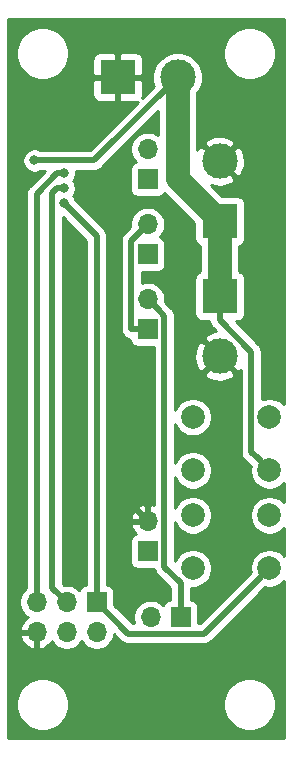
<source format=gbr>
G04 #@! TF.GenerationSoftware,KiCad,Pcbnew,(5.1.5)-3*
G04 #@! TF.CreationDate,2020-12-04T11:48:41+08:00*
G04 #@! TF.ProjectId,Clock PCB,436c6f63-6b20-4504-9342-2e6b69636164,rev?*
G04 #@! TF.SameCoordinates,Original*
G04 #@! TF.FileFunction,Copper,L1,Top*
G04 #@! TF.FilePolarity,Positive*
%FSLAX46Y46*%
G04 Gerber Fmt 4.6, Leading zero omitted, Abs format (unit mm)*
G04 Created by KiCad (PCBNEW (5.1.5)-3) date 2020-12-04 11:48:41*
%MOMM*%
%LPD*%
G04 APERTURE LIST*
%ADD10O,1.700000X1.700000*%
%ADD11R,1.700000X1.700000*%
%ADD12C,3.000000*%
%ADD13R,3.000000X3.000000*%
%ADD14C,2.000000*%
%ADD15C,0.800000*%
%ADD16C,0.500000*%
%ADD17C,2.000000*%
%ADD18C,0.254000*%
G04 APERTURE END LIST*
D10*
X180594000Y-74930000D03*
D11*
X180594000Y-77470000D03*
D10*
X180594000Y-106426000D03*
D11*
X180594000Y-108966000D03*
D10*
X180848000Y-114554000D03*
D11*
X183388000Y-114554000D03*
D12*
X186690000Y-75946000D03*
D13*
X186690000Y-81026000D03*
D10*
X180594000Y-87630000D03*
D11*
X180594000Y-90170000D03*
D10*
X180594000Y-81280000D03*
D11*
X180594000Y-83820000D03*
D14*
X190904000Y-105918000D03*
X190904000Y-110418000D03*
X184404000Y-105918000D03*
X184404000Y-110418000D03*
X184404000Y-102108000D03*
X184404000Y-97608000D03*
X190904000Y-102108000D03*
X190904000Y-97608000D03*
D12*
X186690000Y-92456000D03*
D13*
X186690000Y-87376000D03*
D10*
X171196000Y-115824000D03*
X171196000Y-113284000D03*
X173736000Y-115824000D03*
X173736000Y-113284000D03*
X176276000Y-115824000D03*
D11*
X176276000Y-113284000D03*
D12*
X183134000Y-68834000D03*
D13*
X178054000Y-68834000D03*
D15*
X178054000Y-85090000D03*
X173736000Y-83566000D03*
X177546000Y-103378000D03*
X169926000Y-105156000D03*
X178054000Y-80772000D03*
X174244000Y-95504000D03*
X171007000Y-75881000D03*
X173482000Y-76962000D03*
X173482000Y-78232000D03*
X173482000Y-79502000D03*
D16*
X177546000Y-103378000D02*
X177546000Y-103378000D01*
X177546000Y-95504000D02*
X177546000Y-103378000D01*
X177546000Y-103378000D02*
X180594000Y-106426000D01*
D17*
X183134000Y-77470000D02*
X186690000Y-81026000D01*
X183134000Y-68834000D02*
X183134000Y-77470000D01*
X186690000Y-81026000D02*
X186690000Y-87376000D01*
D16*
X189904001Y-101108001D02*
X190904000Y-102108000D01*
X189353999Y-100557999D02*
X189904001Y-101108001D01*
X186690000Y-89421998D02*
X189353999Y-92085997D01*
X189353999Y-92085997D02*
X189353999Y-100557999D01*
X186690000Y-87376000D02*
X186690000Y-89421998D01*
X176087000Y-75881000D02*
X183134000Y-68834000D01*
X171007000Y-75881000D02*
X176087000Y-75881000D01*
X172916315Y-76962000D02*
X173482000Y-76962000D01*
X171196000Y-78682315D02*
X172916315Y-76962000D01*
X171196000Y-113284000D02*
X171196000Y-78682315D01*
X172916315Y-78232000D02*
X173482000Y-78232000D01*
X172531999Y-78616316D02*
X172916315Y-78232000D01*
X172531999Y-112079999D02*
X172531999Y-78616316D01*
X173736000Y-113284000D02*
X172531999Y-112079999D01*
X179744001Y-82129999D02*
X180594000Y-81280000D01*
X179193999Y-82680001D02*
X179744001Y-82129999D01*
X179193999Y-90119999D02*
X179193999Y-82680001D01*
X179244000Y-90170000D02*
X179193999Y-90119999D01*
X180594000Y-90170000D02*
X179244000Y-90170000D01*
X181443999Y-88479999D02*
X180594000Y-87630000D01*
X181994001Y-89030001D02*
X181443999Y-88479999D01*
X181994001Y-110302003D02*
X181994001Y-89030001D01*
X183388000Y-111696002D02*
X181994001Y-110302003D01*
X183388000Y-114554000D02*
X183388000Y-111696002D01*
X176276000Y-82296000D02*
X176276000Y-113284000D01*
X173482000Y-79502000D02*
X176276000Y-82296000D01*
X189904001Y-111417999D02*
X190904000Y-110418000D01*
X185367999Y-115954001D02*
X189904001Y-111417999D01*
X178946001Y-115954001D02*
X185367999Y-115954001D01*
X176276000Y-113284000D02*
X178946001Y-115954001D01*
D18*
G36*
X192126001Y-96517762D02*
G01*
X191946252Y-96338013D01*
X191678463Y-96159082D01*
X191380912Y-96035832D01*
X191065033Y-95973000D01*
X190742967Y-95973000D01*
X190427088Y-96035832D01*
X190238999Y-96113741D01*
X190238999Y-92129466D01*
X190243280Y-92085997D01*
X190238999Y-92042528D01*
X190238999Y-92042520D01*
X190226194Y-91912507D01*
X190175588Y-91745683D01*
X190093410Y-91591938D01*
X190010531Y-91490950D01*
X190010529Y-91490948D01*
X189982816Y-91457180D01*
X189949049Y-91429468D01*
X188033652Y-89514072D01*
X188190000Y-89514072D01*
X188314482Y-89501812D01*
X188434180Y-89465502D01*
X188544494Y-89406537D01*
X188641185Y-89327185D01*
X188720537Y-89230494D01*
X188779502Y-89120180D01*
X188815812Y-89000482D01*
X188828072Y-88876000D01*
X188828072Y-85876000D01*
X188815812Y-85751518D01*
X188779502Y-85631820D01*
X188720537Y-85521506D01*
X188641185Y-85424815D01*
X188544494Y-85345463D01*
X188434180Y-85286498D01*
X188325000Y-85253379D01*
X188325000Y-83148621D01*
X188434180Y-83115502D01*
X188544494Y-83056537D01*
X188641185Y-82977185D01*
X188720537Y-82880494D01*
X188779502Y-82770180D01*
X188815812Y-82650482D01*
X188828072Y-82526000D01*
X188828072Y-79526000D01*
X188815812Y-79401518D01*
X188779502Y-79281820D01*
X188720537Y-79171506D01*
X188641185Y-79074815D01*
X188544494Y-78995463D01*
X188434180Y-78936498D01*
X188314482Y-78900188D01*
X188190000Y-78887928D01*
X186864167Y-78887928D01*
X185924773Y-77948535D01*
X186313551Y-78058044D01*
X186732824Y-78090902D01*
X187150451Y-78041334D01*
X187550383Y-77911243D01*
X187846038Y-77753214D01*
X188002048Y-77437653D01*
X186690000Y-76125605D01*
X186675858Y-76139748D01*
X186496253Y-75960143D01*
X186510395Y-75946000D01*
X186869605Y-75946000D01*
X188181653Y-77258048D01*
X188497214Y-77102038D01*
X188688020Y-76727255D01*
X188802044Y-76322449D01*
X188834902Y-75903176D01*
X188785334Y-75485549D01*
X188655243Y-75085617D01*
X188497214Y-74789962D01*
X188181653Y-74633952D01*
X186869605Y-75946000D01*
X186510395Y-75946000D01*
X185198347Y-74633952D01*
X184882786Y-74789962D01*
X184769000Y-75013462D01*
X184769000Y-74454347D01*
X185377952Y-74454347D01*
X186690000Y-75766395D01*
X188002048Y-74454347D01*
X187846038Y-74138786D01*
X187471255Y-73947980D01*
X187066449Y-73833956D01*
X186647176Y-73801098D01*
X186229549Y-73850666D01*
X185829617Y-73980757D01*
X185533962Y-74138786D01*
X185377952Y-74454347D01*
X184769000Y-74454347D01*
X184769000Y-70218346D01*
X184792363Y-70194983D01*
X185026012Y-69845302D01*
X185186953Y-69456756D01*
X185269000Y-69044279D01*
X185269000Y-68623721D01*
X185186953Y-68211244D01*
X185026012Y-67822698D01*
X184792363Y-67473017D01*
X184494983Y-67175637D01*
X184145302Y-66941988D01*
X183756756Y-66781047D01*
X183344279Y-66699000D01*
X182923721Y-66699000D01*
X182511244Y-66781047D01*
X182122698Y-66941988D01*
X181773017Y-67175637D01*
X181475637Y-67473017D01*
X181241988Y-67822698D01*
X181081047Y-68211244D01*
X180999000Y-68623721D01*
X180999000Y-69044279D01*
X181081047Y-69456756D01*
X181133363Y-69583058D01*
X180145793Y-70570629D01*
X180179812Y-70458482D01*
X180192072Y-70334000D01*
X180189000Y-69119750D01*
X180030250Y-68961000D01*
X178181000Y-68961000D01*
X178181000Y-70810250D01*
X178339750Y-70969000D01*
X179554000Y-70972072D01*
X179678482Y-70959812D01*
X179790629Y-70925793D01*
X175720422Y-74996000D01*
X171545454Y-74996000D01*
X171497256Y-74963795D01*
X171308898Y-74885774D01*
X171108939Y-74846000D01*
X170905061Y-74846000D01*
X170705102Y-74885774D01*
X170516744Y-74963795D01*
X170347226Y-75077063D01*
X170203063Y-75221226D01*
X170089795Y-75390744D01*
X170011774Y-75579102D01*
X169972000Y-75779061D01*
X169972000Y-75982939D01*
X170011774Y-76182898D01*
X170089795Y-76371256D01*
X170203063Y-76540774D01*
X170347226Y-76684937D01*
X170516744Y-76798205D01*
X170705102Y-76876226D01*
X170905061Y-76916000D01*
X171108939Y-76916000D01*
X171308898Y-76876226D01*
X171497256Y-76798205D01*
X171545454Y-76766000D01*
X171860736Y-76766000D01*
X170600951Y-78025786D01*
X170567184Y-78053498D01*
X170539471Y-78087266D01*
X170539468Y-78087269D01*
X170456590Y-78188256D01*
X170374412Y-78342002D01*
X170323805Y-78508825D01*
X170306719Y-78682315D01*
X170311001Y-78725794D01*
X170311000Y-112089344D01*
X170249368Y-112130525D01*
X170042525Y-112337368D01*
X169880010Y-112580589D01*
X169768068Y-112850842D01*
X169711000Y-113137740D01*
X169711000Y-113430260D01*
X169768068Y-113717158D01*
X169880010Y-113987411D01*
X170042525Y-114230632D01*
X170249368Y-114437475D01*
X170425406Y-114555100D01*
X170195731Y-114726412D01*
X170000822Y-114942645D01*
X169851843Y-115192748D01*
X169754519Y-115467109D01*
X169875186Y-115697000D01*
X171069000Y-115697000D01*
X171069000Y-115677000D01*
X171323000Y-115677000D01*
X171323000Y-115697000D01*
X171343000Y-115697000D01*
X171343000Y-115951000D01*
X171323000Y-115951000D01*
X171323000Y-117144155D01*
X171552890Y-117265476D01*
X171700099Y-117220825D01*
X171962920Y-117095641D01*
X172196269Y-116921588D01*
X172391178Y-116705355D01*
X172460805Y-116588466D01*
X172582525Y-116770632D01*
X172789368Y-116977475D01*
X173032589Y-117139990D01*
X173302842Y-117251932D01*
X173589740Y-117309000D01*
X173882260Y-117309000D01*
X174169158Y-117251932D01*
X174439411Y-117139990D01*
X174682632Y-116977475D01*
X174889475Y-116770632D01*
X175006000Y-116596240D01*
X175122525Y-116770632D01*
X175329368Y-116977475D01*
X175572589Y-117139990D01*
X175842842Y-117251932D01*
X176129740Y-117309000D01*
X176422260Y-117309000D01*
X176709158Y-117251932D01*
X176979411Y-117139990D01*
X177222632Y-116977475D01*
X177429475Y-116770632D01*
X177591990Y-116527411D01*
X177703932Y-116257158D01*
X177752652Y-116012230D01*
X178289471Y-116549050D01*
X178317184Y-116582818D01*
X178350952Y-116610531D01*
X178350954Y-116610533D01*
X178451942Y-116693412D01*
X178605687Y-116775590D01*
X178772511Y-116826196D01*
X178902524Y-116839001D01*
X178902532Y-116839001D01*
X178946001Y-116843282D01*
X178989470Y-116839001D01*
X185324530Y-116839001D01*
X185367999Y-116843282D01*
X185411468Y-116839001D01*
X185411476Y-116839001D01*
X185541489Y-116826196D01*
X185708312Y-116775590D01*
X185862058Y-116693412D01*
X185996816Y-116582818D01*
X186024533Y-116549045D01*
X190557475Y-112016104D01*
X190742967Y-112053000D01*
X191065033Y-112053000D01*
X191380912Y-111990168D01*
X191678463Y-111866918D01*
X191946252Y-111687987D01*
X192126001Y-111508238D01*
X192126001Y-124816000D01*
X168808000Y-124816000D01*
X168808000Y-121699872D01*
X169469000Y-121699872D01*
X169469000Y-122140128D01*
X169554890Y-122571925D01*
X169723369Y-122978669D01*
X169967962Y-123344729D01*
X170279271Y-123656038D01*
X170645331Y-123900631D01*
X171052075Y-124069110D01*
X171483872Y-124155000D01*
X171924128Y-124155000D01*
X172355925Y-124069110D01*
X172762669Y-123900631D01*
X173128729Y-123656038D01*
X173440038Y-123344729D01*
X173684631Y-122978669D01*
X173853110Y-122571925D01*
X173939000Y-122140128D01*
X173939000Y-121699872D01*
X186995000Y-121699872D01*
X186995000Y-122140128D01*
X187080890Y-122571925D01*
X187249369Y-122978669D01*
X187493962Y-123344729D01*
X187805271Y-123656038D01*
X188171331Y-123900631D01*
X188578075Y-124069110D01*
X189009872Y-124155000D01*
X189450128Y-124155000D01*
X189881925Y-124069110D01*
X190288669Y-123900631D01*
X190654729Y-123656038D01*
X190966038Y-123344729D01*
X191210631Y-122978669D01*
X191379110Y-122571925D01*
X191465000Y-122140128D01*
X191465000Y-121699872D01*
X191379110Y-121268075D01*
X191210631Y-120861331D01*
X190966038Y-120495271D01*
X190654729Y-120183962D01*
X190288669Y-119939369D01*
X189881925Y-119770890D01*
X189450128Y-119685000D01*
X189009872Y-119685000D01*
X188578075Y-119770890D01*
X188171331Y-119939369D01*
X187805271Y-120183962D01*
X187493962Y-120495271D01*
X187249369Y-120861331D01*
X187080890Y-121268075D01*
X186995000Y-121699872D01*
X173939000Y-121699872D01*
X173853110Y-121268075D01*
X173684631Y-120861331D01*
X173440038Y-120495271D01*
X173128729Y-120183962D01*
X172762669Y-119939369D01*
X172355925Y-119770890D01*
X171924128Y-119685000D01*
X171483872Y-119685000D01*
X171052075Y-119770890D01*
X170645331Y-119939369D01*
X170279271Y-120183962D01*
X169967962Y-120495271D01*
X169723369Y-120861331D01*
X169554890Y-121268075D01*
X169469000Y-121699872D01*
X168808000Y-121699872D01*
X168808000Y-116180891D01*
X169754519Y-116180891D01*
X169851843Y-116455252D01*
X170000822Y-116705355D01*
X170195731Y-116921588D01*
X170429080Y-117095641D01*
X170691901Y-117220825D01*
X170839110Y-117265476D01*
X171069000Y-117144155D01*
X171069000Y-115951000D01*
X169875186Y-115951000D01*
X169754519Y-116180891D01*
X168808000Y-116180891D01*
X168808000Y-70334000D01*
X175915928Y-70334000D01*
X175928188Y-70458482D01*
X175964498Y-70578180D01*
X176023463Y-70688494D01*
X176102815Y-70785185D01*
X176199506Y-70864537D01*
X176309820Y-70923502D01*
X176429518Y-70959812D01*
X176554000Y-70972072D01*
X177768250Y-70969000D01*
X177927000Y-70810250D01*
X177927000Y-68961000D01*
X176077750Y-68961000D01*
X175919000Y-69119750D01*
X175915928Y-70334000D01*
X168808000Y-70334000D01*
X168808000Y-66581872D01*
X169469000Y-66581872D01*
X169469000Y-67022128D01*
X169554890Y-67453925D01*
X169723369Y-67860669D01*
X169967962Y-68226729D01*
X170279271Y-68538038D01*
X170645331Y-68782631D01*
X171052075Y-68951110D01*
X171483872Y-69037000D01*
X171924128Y-69037000D01*
X172355925Y-68951110D01*
X172762669Y-68782631D01*
X173128729Y-68538038D01*
X173440038Y-68226729D01*
X173684631Y-67860669D01*
X173853110Y-67453925D01*
X173876964Y-67334000D01*
X175915928Y-67334000D01*
X175919000Y-68548250D01*
X176077750Y-68707000D01*
X177927000Y-68707000D01*
X177927000Y-66857750D01*
X178181000Y-66857750D01*
X178181000Y-68707000D01*
X180030250Y-68707000D01*
X180189000Y-68548250D01*
X180192072Y-67334000D01*
X180179812Y-67209518D01*
X180143502Y-67089820D01*
X180084537Y-66979506D01*
X180005185Y-66882815D01*
X179908494Y-66803463D01*
X179798180Y-66744498D01*
X179678482Y-66708188D01*
X179554000Y-66695928D01*
X178339750Y-66699000D01*
X178181000Y-66857750D01*
X177927000Y-66857750D01*
X177768250Y-66699000D01*
X176554000Y-66695928D01*
X176429518Y-66708188D01*
X176309820Y-66744498D01*
X176199506Y-66803463D01*
X176102815Y-66882815D01*
X176023463Y-66979506D01*
X175964498Y-67089820D01*
X175928188Y-67209518D01*
X175915928Y-67334000D01*
X173876964Y-67334000D01*
X173939000Y-67022128D01*
X173939000Y-66581872D01*
X186995000Y-66581872D01*
X186995000Y-67022128D01*
X187080890Y-67453925D01*
X187249369Y-67860669D01*
X187493962Y-68226729D01*
X187805271Y-68538038D01*
X188171331Y-68782631D01*
X188578075Y-68951110D01*
X189009872Y-69037000D01*
X189450128Y-69037000D01*
X189881925Y-68951110D01*
X190288669Y-68782631D01*
X190654729Y-68538038D01*
X190966038Y-68226729D01*
X191210631Y-67860669D01*
X191379110Y-67453925D01*
X191465000Y-67022128D01*
X191465000Y-66581872D01*
X191379110Y-66150075D01*
X191210631Y-65743331D01*
X190966038Y-65377271D01*
X190654729Y-65065962D01*
X190288669Y-64821369D01*
X189881925Y-64652890D01*
X189450128Y-64567000D01*
X189009872Y-64567000D01*
X188578075Y-64652890D01*
X188171331Y-64821369D01*
X187805271Y-65065962D01*
X187493962Y-65377271D01*
X187249369Y-65743331D01*
X187080890Y-66150075D01*
X186995000Y-66581872D01*
X173939000Y-66581872D01*
X173853110Y-66150075D01*
X173684631Y-65743331D01*
X173440038Y-65377271D01*
X173128729Y-65065962D01*
X172762669Y-64821369D01*
X172355925Y-64652890D01*
X171924128Y-64567000D01*
X171483872Y-64567000D01*
X171052075Y-64652890D01*
X170645331Y-64821369D01*
X170279271Y-65065962D01*
X169967962Y-65377271D01*
X169723369Y-65743331D01*
X169554890Y-66150075D01*
X169469000Y-66581872D01*
X168808000Y-66581872D01*
X168808000Y-63906000D01*
X192126000Y-63906000D01*
X192126001Y-96517762D01*
G37*
X192126001Y-96517762D02*
X191946252Y-96338013D01*
X191678463Y-96159082D01*
X191380912Y-96035832D01*
X191065033Y-95973000D01*
X190742967Y-95973000D01*
X190427088Y-96035832D01*
X190238999Y-96113741D01*
X190238999Y-92129466D01*
X190243280Y-92085997D01*
X190238999Y-92042528D01*
X190238999Y-92042520D01*
X190226194Y-91912507D01*
X190175588Y-91745683D01*
X190093410Y-91591938D01*
X190010531Y-91490950D01*
X190010529Y-91490948D01*
X189982816Y-91457180D01*
X189949049Y-91429468D01*
X188033652Y-89514072D01*
X188190000Y-89514072D01*
X188314482Y-89501812D01*
X188434180Y-89465502D01*
X188544494Y-89406537D01*
X188641185Y-89327185D01*
X188720537Y-89230494D01*
X188779502Y-89120180D01*
X188815812Y-89000482D01*
X188828072Y-88876000D01*
X188828072Y-85876000D01*
X188815812Y-85751518D01*
X188779502Y-85631820D01*
X188720537Y-85521506D01*
X188641185Y-85424815D01*
X188544494Y-85345463D01*
X188434180Y-85286498D01*
X188325000Y-85253379D01*
X188325000Y-83148621D01*
X188434180Y-83115502D01*
X188544494Y-83056537D01*
X188641185Y-82977185D01*
X188720537Y-82880494D01*
X188779502Y-82770180D01*
X188815812Y-82650482D01*
X188828072Y-82526000D01*
X188828072Y-79526000D01*
X188815812Y-79401518D01*
X188779502Y-79281820D01*
X188720537Y-79171506D01*
X188641185Y-79074815D01*
X188544494Y-78995463D01*
X188434180Y-78936498D01*
X188314482Y-78900188D01*
X188190000Y-78887928D01*
X186864167Y-78887928D01*
X185924773Y-77948535D01*
X186313551Y-78058044D01*
X186732824Y-78090902D01*
X187150451Y-78041334D01*
X187550383Y-77911243D01*
X187846038Y-77753214D01*
X188002048Y-77437653D01*
X186690000Y-76125605D01*
X186675858Y-76139748D01*
X186496253Y-75960143D01*
X186510395Y-75946000D01*
X186869605Y-75946000D01*
X188181653Y-77258048D01*
X188497214Y-77102038D01*
X188688020Y-76727255D01*
X188802044Y-76322449D01*
X188834902Y-75903176D01*
X188785334Y-75485549D01*
X188655243Y-75085617D01*
X188497214Y-74789962D01*
X188181653Y-74633952D01*
X186869605Y-75946000D01*
X186510395Y-75946000D01*
X185198347Y-74633952D01*
X184882786Y-74789962D01*
X184769000Y-75013462D01*
X184769000Y-74454347D01*
X185377952Y-74454347D01*
X186690000Y-75766395D01*
X188002048Y-74454347D01*
X187846038Y-74138786D01*
X187471255Y-73947980D01*
X187066449Y-73833956D01*
X186647176Y-73801098D01*
X186229549Y-73850666D01*
X185829617Y-73980757D01*
X185533962Y-74138786D01*
X185377952Y-74454347D01*
X184769000Y-74454347D01*
X184769000Y-70218346D01*
X184792363Y-70194983D01*
X185026012Y-69845302D01*
X185186953Y-69456756D01*
X185269000Y-69044279D01*
X185269000Y-68623721D01*
X185186953Y-68211244D01*
X185026012Y-67822698D01*
X184792363Y-67473017D01*
X184494983Y-67175637D01*
X184145302Y-66941988D01*
X183756756Y-66781047D01*
X183344279Y-66699000D01*
X182923721Y-66699000D01*
X182511244Y-66781047D01*
X182122698Y-66941988D01*
X181773017Y-67175637D01*
X181475637Y-67473017D01*
X181241988Y-67822698D01*
X181081047Y-68211244D01*
X180999000Y-68623721D01*
X180999000Y-69044279D01*
X181081047Y-69456756D01*
X181133363Y-69583058D01*
X180145793Y-70570629D01*
X180179812Y-70458482D01*
X180192072Y-70334000D01*
X180189000Y-69119750D01*
X180030250Y-68961000D01*
X178181000Y-68961000D01*
X178181000Y-70810250D01*
X178339750Y-70969000D01*
X179554000Y-70972072D01*
X179678482Y-70959812D01*
X179790629Y-70925793D01*
X175720422Y-74996000D01*
X171545454Y-74996000D01*
X171497256Y-74963795D01*
X171308898Y-74885774D01*
X171108939Y-74846000D01*
X170905061Y-74846000D01*
X170705102Y-74885774D01*
X170516744Y-74963795D01*
X170347226Y-75077063D01*
X170203063Y-75221226D01*
X170089795Y-75390744D01*
X170011774Y-75579102D01*
X169972000Y-75779061D01*
X169972000Y-75982939D01*
X170011774Y-76182898D01*
X170089795Y-76371256D01*
X170203063Y-76540774D01*
X170347226Y-76684937D01*
X170516744Y-76798205D01*
X170705102Y-76876226D01*
X170905061Y-76916000D01*
X171108939Y-76916000D01*
X171308898Y-76876226D01*
X171497256Y-76798205D01*
X171545454Y-76766000D01*
X171860736Y-76766000D01*
X170600951Y-78025786D01*
X170567184Y-78053498D01*
X170539471Y-78087266D01*
X170539468Y-78087269D01*
X170456590Y-78188256D01*
X170374412Y-78342002D01*
X170323805Y-78508825D01*
X170306719Y-78682315D01*
X170311001Y-78725794D01*
X170311000Y-112089344D01*
X170249368Y-112130525D01*
X170042525Y-112337368D01*
X169880010Y-112580589D01*
X169768068Y-112850842D01*
X169711000Y-113137740D01*
X169711000Y-113430260D01*
X169768068Y-113717158D01*
X169880010Y-113987411D01*
X170042525Y-114230632D01*
X170249368Y-114437475D01*
X170425406Y-114555100D01*
X170195731Y-114726412D01*
X170000822Y-114942645D01*
X169851843Y-115192748D01*
X169754519Y-115467109D01*
X169875186Y-115697000D01*
X171069000Y-115697000D01*
X171069000Y-115677000D01*
X171323000Y-115677000D01*
X171323000Y-115697000D01*
X171343000Y-115697000D01*
X171343000Y-115951000D01*
X171323000Y-115951000D01*
X171323000Y-117144155D01*
X171552890Y-117265476D01*
X171700099Y-117220825D01*
X171962920Y-117095641D01*
X172196269Y-116921588D01*
X172391178Y-116705355D01*
X172460805Y-116588466D01*
X172582525Y-116770632D01*
X172789368Y-116977475D01*
X173032589Y-117139990D01*
X173302842Y-117251932D01*
X173589740Y-117309000D01*
X173882260Y-117309000D01*
X174169158Y-117251932D01*
X174439411Y-117139990D01*
X174682632Y-116977475D01*
X174889475Y-116770632D01*
X175006000Y-116596240D01*
X175122525Y-116770632D01*
X175329368Y-116977475D01*
X175572589Y-117139990D01*
X175842842Y-117251932D01*
X176129740Y-117309000D01*
X176422260Y-117309000D01*
X176709158Y-117251932D01*
X176979411Y-117139990D01*
X177222632Y-116977475D01*
X177429475Y-116770632D01*
X177591990Y-116527411D01*
X177703932Y-116257158D01*
X177752652Y-116012230D01*
X178289471Y-116549050D01*
X178317184Y-116582818D01*
X178350952Y-116610531D01*
X178350954Y-116610533D01*
X178451942Y-116693412D01*
X178605687Y-116775590D01*
X178772511Y-116826196D01*
X178902524Y-116839001D01*
X178902532Y-116839001D01*
X178946001Y-116843282D01*
X178989470Y-116839001D01*
X185324530Y-116839001D01*
X185367999Y-116843282D01*
X185411468Y-116839001D01*
X185411476Y-116839001D01*
X185541489Y-116826196D01*
X185708312Y-116775590D01*
X185862058Y-116693412D01*
X185996816Y-116582818D01*
X186024533Y-116549045D01*
X190557475Y-112016104D01*
X190742967Y-112053000D01*
X191065033Y-112053000D01*
X191380912Y-111990168D01*
X191678463Y-111866918D01*
X191946252Y-111687987D01*
X192126001Y-111508238D01*
X192126001Y-124816000D01*
X168808000Y-124816000D01*
X168808000Y-121699872D01*
X169469000Y-121699872D01*
X169469000Y-122140128D01*
X169554890Y-122571925D01*
X169723369Y-122978669D01*
X169967962Y-123344729D01*
X170279271Y-123656038D01*
X170645331Y-123900631D01*
X171052075Y-124069110D01*
X171483872Y-124155000D01*
X171924128Y-124155000D01*
X172355925Y-124069110D01*
X172762669Y-123900631D01*
X173128729Y-123656038D01*
X173440038Y-123344729D01*
X173684631Y-122978669D01*
X173853110Y-122571925D01*
X173939000Y-122140128D01*
X173939000Y-121699872D01*
X186995000Y-121699872D01*
X186995000Y-122140128D01*
X187080890Y-122571925D01*
X187249369Y-122978669D01*
X187493962Y-123344729D01*
X187805271Y-123656038D01*
X188171331Y-123900631D01*
X188578075Y-124069110D01*
X189009872Y-124155000D01*
X189450128Y-124155000D01*
X189881925Y-124069110D01*
X190288669Y-123900631D01*
X190654729Y-123656038D01*
X190966038Y-123344729D01*
X191210631Y-122978669D01*
X191379110Y-122571925D01*
X191465000Y-122140128D01*
X191465000Y-121699872D01*
X191379110Y-121268075D01*
X191210631Y-120861331D01*
X190966038Y-120495271D01*
X190654729Y-120183962D01*
X190288669Y-119939369D01*
X189881925Y-119770890D01*
X189450128Y-119685000D01*
X189009872Y-119685000D01*
X188578075Y-119770890D01*
X188171331Y-119939369D01*
X187805271Y-120183962D01*
X187493962Y-120495271D01*
X187249369Y-120861331D01*
X187080890Y-121268075D01*
X186995000Y-121699872D01*
X173939000Y-121699872D01*
X173853110Y-121268075D01*
X173684631Y-120861331D01*
X173440038Y-120495271D01*
X173128729Y-120183962D01*
X172762669Y-119939369D01*
X172355925Y-119770890D01*
X171924128Y-119685000D01*
X171483872Y-119685000D01*
X171052075Y-119770890D01*
X170645331Y-119939369D01*
X170279271Y-120183962D01*
X169967962Y-120495271D01*
X169723369Y-120861331D01*
X169554890Y-121268075D01*
X169469000Y-121699872D01*
X168808000Y-121699872D01*
X168808000Y-116180891D01*
X169754519Y-116180891D01*
X169851843Y-116455252D01*
X170000822Y-116705355D01*
X170195731Y-116921588D01*
X170429080Y-117095641D01*
X170691901Y-117220825D01*
X170839110Y-117265476D01*
X171069000Y-117144155D01*
X171069000Y-115951000D01*
X169875186Y-115951000D01*
X169754519Y-116180891D01*
X168808000Y-116180891D01*
X168808000Y-70334000D01*
X175915928Y-70334000D01*
X175928188Y-70458482D01*
X175964498Y-70578180D01*
X176023463Y-70688494D01*
X176102815Y-70785185D01*
X176199506Y-70864537D01*
X176309820Y-70923502D01*
X176429518Y-70959812D01*
X176554000Y-70972072D01*
X177768250Y-70969000D01*
X177927000Y-70810250D01*
X177927000Y-68961000D01*
X176077750Y-68961000D01*
X175919000Y-69119750D01*
X175915928Y-70334000D01*
X168808000Y-70334000D01*
X168808000Y-66581872D01*
X169469000Y-66581872D01*
X169469000Y-67022128D01*
X169554890Y-67453925D01*
X169723369Y-67860669D01*
X169967962Y-68226729D01*
X170279271Y-68538038D01*
X170645331Y-68782631D01*
X171052075Y-68951110D01*
X171483872Y-69037000D01*
X171924128Y-69037000D01*
X172355925Y-68951110D01*
X172762669Y-68782631D01*
X173128729Y-68538038D01*
X173440038Y-68226729D01*
X173684631Y-67860669D01*
X173853110Y-67453925D01*
X173876964Y-67334000D01*
X175915928Y-67334000D01*
X175919000Y-68548250D01*
X176077750Y-68707000D01*
X177927000Y-68707000D01*
X177927000Y-66857750D01*
X178181000Y-66857750D01*
X178181000Y-68707000D01*
X180030250Y-68707000D01*
X180189000Y-68548250D01*
X180192072Y-67334000D01*
X180179812Y-67209518D01*
X180143502Y-67089820D01*
X180084537Y-66979506D01*
X180005185Y-66882815D01*
X179908494Y-66803463D01*
X179798180Y-66744498D01*
X179678482Y-66708188D01*
X179554000Y-66695928D01*
X178339750Y-66699000D01*
X178181000Y-66857750D01*
X177927000Y-66857750D01*
X177768250Y-66699000D01*
X176554000Y-66695928D01*
X176429518Y-66708188D01*
X176309820Y-66744498D01*
X176199506Y-66803463D01*
X176102815Y-66882815D01*
X176023463Y-66979506D01*
X175964498Y-67089820D01*
X175928188Y-67209518D01*
X175915928Y-67334000D01*
X173876964Y-67334000D01*
X173939000Y-67022128D01*
X173939000Y-66581872D01*
X186995000Y-66581872D01*
X186995000Y-67022128D01*
X187080890Y-67453925D01*
X187249369Y-67860669D01*
X187493962Y-68226729D01*
X187805271Y-68538038D01*
X188171331Y-68782631D01*
X188578075Y-68951110D01*
X189009872Y-69037000D01*
X189450128Y-69037000D01*
X189881925Y-68951110D01*
X190288669Y-68782631D01*
X190654729Y-68538038D01*
X190966038Y-68226729D01*
X191210631Y-67860669D01*
X191379110Y-67453925D01*
X191465000Y-67022128D01*
X191465000Y-66581872D01*
X191379110Y-66150075D01*
X191210631Y-65743331D01*
X190966038Y-65377271D01*
X190654729Y-65065962D01*
X190288669Y-64821369D01*
X189881925Y-64652890D01*
X189450128Y-64567000D01*
X189009872Y-64567000D01*
X188578075Y-64652890D01*
X188171331Y-64821369D01*
X187805271Y-65065962D01*
X187493962Y-65377271D01*
X187249369Y-65743331D01*
X187080890Y-66150075D01*
X186995000Y-66581872D01*
X173939000Y-66581872D01*
X173853110Y-66150075D01*
X173684631Y-65743331D01*
X173440038Y-65377271D01*
X173128729Y-65065962D01*
X172762669Y-64821369D01*
X172355925Y-64652890D01*
X171924128Y-64567000D01*
X171483872Y-64567000D01*
X171052075Y-64652890D01*
X170645331Y-64821369D01*
X170279271Y-65065962D01*
X169967962Y-65377271D01*
X169723369Y-65743331D01*
X169554890Y-66150075D01*
X169469000Y-66581872D01*
X168808000Y-66581872D01*
X168808000Y-63906000D01*
X192126000Y-63906000D01*
X192126001Y-96517762D01*
G36*
X181499001Y-73748708D02*
G01*
X181297411Y-73614010D01*
X181027158Y-73502068D01*
X180740260Y-73445000D01*
X180447740Y-73445000D01*
X180160842Y-73502068D01*
X179890589Y-73614010D01*
X179647368Y-73776525D01*
X179440525Y-73983368D01*
X179278010Y-74226589D01*
X179166068Y-74496842D01*
X179109000Y-74783740D01*
X179109000Y-75076260D01*
X179166068Y-75363158D01*
X179278010Y-75633411D01*
X179440525Y-75876632D01*
X179572380Y-76008487D01*
X179499820Y-76030498D01*
X179389506Y-76089463D01*
X179292815Y-76168815D01*
X179213463Y-76265506D01*
X179154498Y-76375820D01*
X179118188Y-76495518D01*
X179105928Y-76620000D01*
X179105928Y-78320000D01*
X179118188Y-78444482D01*
X179154498Y-78564180D01*
X179213463Y-78674494D01*
X179292815Y-78771185D01*
X179389506Y-78850537D01*
X179499820Y-78909502D01*
X179619518Y-78945812D01*
X179744000Y-78958072D01*
X181444000Y-78958072D01*
X181568482Y-78945812D01*
X181688180Y-78909502D01*
X181798494Y-78850537D01*
X181895185Y-78771185D01*
X181974537Y-78674494D01*
X181989745Y-78646042D01*
X182034682Y-78682920D01*
X184551928Y-81200167D01*
X184551928Y-82526000D01*
X184564188Y-82650482D01*
X184600498Y-82770180D01*
X184659463Y-82880494D01*
X184738815Y-82977185D01*
X184835506Y-83056537D01*
X184945820Y-83115502D01*
X185055000Y-83148622D01*
X185055001Y-85253378D01*
X184945820Y-85286498D01*
X184835506Y-85345463D01*
X184738815Y-85424815D01*
X184659463Y-85521506D01*
X184600498Y-85631820D01*
X184564188Y-85751518D01*
X184551928Y-85876000D01*
X184551928Y-88876000D01*
X184564188Y-89000482D01*
X184600498Y-89120180D01*
X184659463Y-89230494D01*
X184738815Y-89327185D01*
X184835506Y-89406537D01*
X184945820Y-89465502D01*
X185065518Y-89501812D01*
X185190000Y-89514072D01*
X185809787Y-89514072D01*
X185817805Y-89595488D01*
X185868412Y-89762311D01*
X185950590Y-89916057D01*
X186033468Y-90017044D01*
X186033471Y-90017047D01*
X186061184Y-90050815D01*
X186094951Y-90078527D01*
X186361436Y-90345012D01*
X186229549Y-90360666D01*
X185829617Y-90490757D01*
X185533962Y-90648786D01*
X185377952Y-90964347D01*
X186690000Y-92276395D01*
X186704143Y-92262253D01*
X186883748Y-92441858D01*
X186869605Y-92456000D01*
X188181653Y-93768048D01*
X188468999Y-93625987D01*
X188469000Y-100514520D01*
X188464718Y-100557999D01*
X188481804Y-100731489D01*
X188532411Y-100898312D01*
X188614589Y-101052058D01*
X188697467Y-101153045D01*
X188697470Y-101153048D01*
X188725183Y-101186816D01*
X188758951Y-101214529D01*
X189305897Y-101761475D01*
X189269000Y-101946967D01*
X189269000Y-102269033D01*
X189331832Y-102584912D01*
X189455082Y-102882463D01*
X189634013Y-103150252D01*
X189861748Y-103377987D01*
X190129537Y-103556918D01*
X190427088Y-103680168D01*
X190742967Y-103743000D01*
X191065033Y-103743000D01*
X191380912Y-103680168D01*
X191678463Y-103556918D01*
X191946252Y-103377987D01*
X192126001Y-103198238D01*
X192126001Y-104827762D01*
X191946252Y-104648013D01*
X191678463Y-104469082D01*
X191380912Y-104345832D01*
X191065033Y-104283000D01*
X190742967Y-104283000D01*
X190427088Y-104345832D01*
X190129537Y-104469082D01*
X189861748Y-104648013D01*
X189634013Y-104875748D01*
X189455082Y-105143537D01*
X189331832Y-105441088D01*
X189269000Y-105756967D01*
X189269000Y-106079033D01*
X189331832Y-106394912D01*
X189455082Y-106692463D01*
X189634013Y-106960252D01*
X189861748Y-107187987D01*
X190129537Y-107366918D01*
X190427088Y-107490168D01*
X190742967Y-107553000D01*
X191065033Y-107553000D01*
X191380912Y-107490168D01*
X191678463Y-107366918D01*
X191946252Y-107187987D01*
X192126001Y-107008238D01*
X192126001Y-109327762D01*
X191946252Y-109148013D01*
X191678463Y-108969082D01*
X191380912Y-108845832D01*
X191065033Y-108783000D01*
X190742967Y-108783000D01*
X190427088Y-108845832D01*
X190129537Y-108969082D01*
X189861748Y-109148013D01*
X189634013Y-109375748D01*
X189455082Y-109643537D01*
X189331832Y-109941088D01*
X189269000Y-110256967D01*
X189269000Y-110579033D01*
X189305896Y-110764525D01*
X185001421Y-115069001D01*
X184876072Y-115069001D01*
X184876072Y-113704000D01*
X184863812Y-113579518D01*
X184827502Y-113459820D01*
X184768537Y-113349506D01*
X184689185Y-113252815D01*
X184592494Y-113173463D01*
X184482180Y-113114498D01*
X184362482Y-113078188D01*
X184273000Y-113069375D01*
X184273000Y-112053000D01*
X184565033Y-112053000D01*
X184880912Y-111990168D01*
X185178463Y-111866918D01*
X185446252Y-111687987D01*
X185673987Y-111460252D01*
X185852918Y-111192463D01*
X185976168Y-110894912D01*
X186039000Y-110579033D01*
X186039000Y-110256967D01*
X185976168Y-109941088D01*
X185852918Y-109643537D01*
X185673987Y-109375748D01*
X185446252Y-109148013D01*
X185178463Y-108969082D01*
X184880912Y-108845832D01*
X184565033Y-108783000D01*
X184242967Y-108783000D01*
X183927088Y-108845832D01*
X183629537Y-108969082D01*
X183361748Y-109148013D01*
X183134013Y-109375748D01*
X182955082Y-109643537D01*
X182879001Y-109827212D01*
X182879001Y-106508788D01*
X182955082Y-106692463D01*
X183134013Y-106960252D01*
X183361748Y-107187987D01*
X183629537Y-107366918D01*
X183927088Y-107490168D01*
X184242967Y-107553000D01*
X184565033Y-107553000D01*
X184880912Y-107490168D01*
X185178463Y-107366918D01*
X185446252Y-107187987D01*
X185673987Y-106960252D01*
X185852918Y-106692463D01*
X185976168Y-106394912D01*
X186039000Y-106079033D01*
X186039000Y-105756967D01*
X185976168Y-105441088D01*
X185852918Y-105143537D01*
X185673987Y-104875748D01*
X185446252Y-104648013D01*
X185178463Y-104469082D01*
X184880912Y-104345832D01*
X184565033Y-104283000D01*
X184242967Y-104283000D01*
X183927088Y-104345832D01*
X183629537Y-104469082D01*
X183361748Y-104648013D01*
X183134013Y-104875748D01*
X182955082Y-105143537D01*
X182879001Y-105327212D01*
X182879001Y-102698788D01*
X182955082Y-102882463D01*
X183134013Y-103150252D01*
X183361748Y-103377987D01*
X183629537Y-103556918D01*
X183927088Y-103680168D01*
X184242967Y-103743000D01*
X184565033Y-103743000D01*
X184880912Y-103680168D01*
X185178463Y-103556918D01*
X185446252Y-103377987D01*
X185673987Y-103150252D01*
X185852918Y-102882463D01*
X185976168Y-102584912D01*
X186039000Y-102269033D01*
X186039000Y-101946967D01*
X185976168Y-101631088D01*
X185852918Y-101333537D01*
X185673987Y-101065748D01*
X185446252Y-100838013D01*
X185178463Y-100659082D01*
X184880912Y-100535832D01*
X184565033Y-100473000D01*
X184242967Y-100473000D01*
X183927088Y-100535832D01*
X183629537Y-100659082D01*
X183361748Y-100838013D01*
X183134013Y-101065748D01*
X182955082Y-101333537D01*
X182879001Y-101517212D01*
X182879001Y-98198788D01*
X182955082Y-98382463D01*
X183134013Y-98650252D01*
X183361748Y-98877987D01*
X183629537Y-99056918D01*
X183927088Y-99180168D01*
X184242967Y-99243000D01*
X184565033Y-99243000D01*
X184880912Y-99180168D01*
X185178463Y-99056918D01*
X185446252Y-98877987D01*
X185673987Y-98650252D01*
X185852918Y-98382463D01*
X185976168Y-98084912D01*
X186039000Y-97769033D01*
X186039000Y-97446967D01*
X185976168Y-97131088D01*
X185852918Y-96833537D01*
X185673987Y-96565748D01*
X185446252Y-96338013D01*
X185178463Y-96159082D01*
X184880912Y-96035832D01*
X184565033Y-95973000D01*
X184242967Y-95973000D01*
X183927088Y-96035832D01*
X183629537Y-96159082D01*
X183361748Y-96338013D01*
X183134013Y-96565748D01*
X182955082Y-96833537D01*
X182879001Y-97017212D01*
X182879001Y-93947653D01*
X185377952Y-93947653D01*
X185533962Y-94263214D01*
X185908745Y-94454020D01*
X186313551Y-94568044D01*
X186732824Y-94600902D01*
X187150451Y-94551334D01*
X187550383Y-94421243D01*
X187846038Y-94263214D01*
X188002048Y-93947653D01*
X186690000Y-92635605D01*
X185377952Y-93947653D01*
X182879001Y-93947653D01*
X182879001Y-92498824D01*
X184545098Y-92498824D01*
X184594666Y-92916451D01*
X184724757Y-93316383D01*
X184882786Y-93612038D01*
X185198347Y-93768048D01*
X186510395Y-92456000D01*
X185198347Y-91143952D01*
X184882786Y-91299962D01*
X184691980Y-91674745D01*
X184577956Y-92079551D01*
X184545098Y-92498824D01*
X182879001Y-92498824D01*
X182879001Y-89073466D01*
X182883282Y-89030000D01*
X182879001Y-88986534D01*
X182879001Y-88986524D01*
X182866196Y-88856511D01*
X182815590Y-88689688D01*
X182733412Y-88535942D01*
X182622818Y-88401184D01*
X182589045Y-88373467D01*
X182100536Y-87884958D01*
X182100531Y-87884952D01*
X182064539Y-87848960D01*
X182079000Y-87776260D01*
X182079000Y-87483740D01*
X182021932Y-87196842D01*
X181909990Y-86926589D01*
X181747475Y-86683368D01*
X181540632Y-86476525D01*
X181297411Y-86314010D01*
X181027158Y-86202068D01*
X180740260Y-86145000D01*
X180447740Y-86145000D01*
X180160842Y-86202068D01*
X180078999Y-86235968D01*
X180078999Y-85308072D01*
X181444000Y-85308072D01*
X181568482Y-85295812D01*
X181688180Y-85259502D01*
X181798494Y-85200537D01*
X181895185Y-85121185D01*
X181974537Y-85024494D01*
X182033502Y-84914180D01*
X182069812Y-84794482D01*
X182082072Y-84670000D01*
X182082072Y-82970000D01*
X182069812Y-82845518D01*
X182033502Y-82725820D01*
X181974537Y-82615506D01*
X181895185Y-82518815D01*
X181798494Y-82439463D01*
X181688180Y-82380498D01*
X181615620Y-82358487D01*
X181747475Y-82226632D01*
X181909990Y-81983411D01*
X182021932Y-81713158D01*
X182079000Y-81426260D01*
X182079000Y-81133740D01*
X182021932Y-80846842D01*
X181909990Y-80576589D01*
X181747475Y-80333368D01*
X181540632Y-80126525D01*
X181297411Y-79964010D01*
X181027158Y-79852068D01*
X180740260Y-79795000D01*
X180447740Y-79795000D01*
X180160842Y-79852068D01*
X179890589Y-79964010D01*
X179647368Y-80126525D01*
X179440525Y-80333368D01*
X179278010Y-80576589D01*
X179166068Y-80846842D01*
X179109000Y-81133740D01*
X179109000Y-81426260D01*
X179123461Y-81498961D01*
X178598951Y-82023471D01*
X178565183Y-82051184D01*
X178537470Y-82084952D01*
X178537467Y-82084955D01*
X178454589Y-82185942D01*
X178372411Y-82339688D01*
X178321804Y-82506511D01*
X178304718Y-82680001D01*
X178309000Y-82723480D01*
X178308999Y-90076530D01*
X178304718Y-90119999D01*
X178308999Y-90163468D01*
X178308999Y-90163475D01*
X178321804Y-90293488D01*
X178372410Y-90460311D01*
X178454588Y-90614057D01*
X178565182Y-90748816D01*
X178592645Y-90771354D01*
X178615183Y-90798817D01*
X178749941Y-90909411D01*
X178903687Y-90991589D01*
X179070510Y-91042195D01*
X179108482Y-91045935D01*
X179118188Y-91144482D01*
X179154498Y-91264180D01*
X179213463Y-91374494D01*
X179292815Y-91471185D01*
X179389506Y-91550537D01*
X179499820Y-91609502D01*
X179619518Y-91645812D01*
X179744000Y-91658072D01*
X181109002Y-91658072D01*
X181109001Y-105040605D01*
X180950891Y-104984519D01*
X180721000Y-105105186D01*
X180721000Y-106299000D01*
X180741000Y-106299000D01*
X180741000Y-106553000D01*
X180721000Y-106553000D01*
X180721000Y-106573000D01*
X180467000Y-106573000D01*
X180467000Y-106553000D01*
X179273845Y-106553000D01*
X179152524Y-106782890D01*
X179197175Y-106930099D01*
X179322359Y-107192920D01*
X179496412Y-107426269D01*
X179580466Y-107502034D01*
X179499820Y-107526498D01*
X179389506Y-107585463D01*
X179292815Y-107664815D01*
X179213463Y-107761506D01*
X179154498Y-107871820D01*
X179118188Y-107991518D01*
X179105928Y-108116000D01*
X179105928Y-109816000D01*
X179118188Y-109940482D01*
X179154498Y-110060180D01*
X179213463Y-110170494D01*
X179292815Y-110267185D01*
X179389506Y-110346537D01*
X179499820Y-110405502D01*
X179619518Y-110441812D01*
X179744000Y-110454072D01*
X181119696Y-110454072D01*
X181121806Y-110475492D01*
X181172412Y-110642315D01*
X181254590Y-110796061D01*
X181365184Y-110930820D01*
X181398957Y-110958537D01*
X182503001Y-112062582D01*
X182503001Y-113069375D01*
X182413518Y-113078188D01*
X182293820Y-113114498D01*
X182183506Y-113173463D01*
X182086815Y-113252815D01*
X182007463Y-113349506D01*
X181948498Y-113459820D01*
X181926487Y-113532380D01*
X181794632Y-113400525D01*
X181551411Y-113238010D01*
X181281158Y-113126068D01*
X180994260Y-113069000D01*
X180701740Y-113069000D01*
X180414842Y-113126068D01*
X180144589Y-113238010D01*
X179901368Y-113400525D01*
X179694525Y-113607368D01*
X179532010Y-113850589D01*
X179420068Y-114120842D01*
X179363000Y-114407740D01*
X179363000Y-114700260D01*
X179420068Y-114987158D01*
X179453968Y-115069001D01*
X179312580Y-115069001D01*
X177764072Y-113520494D01*
X177764072Y-112434000D01*
X177751812Y-112309518D01*
X177715502Y-112189820D01*
X177656537Y-112079506D01*
X177577185Y-111982815D01*
X177480494Y-111903463D01*
X177370180Y-111844498D01*
X177250482Y-111808188D01*
X177161000Y-111799375D01*
X177161000Y-106069110D01*
X179152524Y-106069110D01*
X179273845Y-106299000D01*
X180467000Y-106299000D01*
X180467000Y-105105186D01*
X180237109Y-104984519D01*
X179962748Y-105081843D01*
X179712645Y-105230822D01*
X179496412Y-105425731D01*
X179322359Y-105659080D01*
X179197175Y-105921901D01*
X179152524Y-106069110D01*
X177161000Y-106069110D01*
X177161000Y-82339469D01*
X177165281Y-82296000D01*
X177161000Y-82252531D01*
X177161000Y-82252523D01*
X177148195Y-82122510D01*
X177097839Y-81956510D01*
X177097589Y-81955686D01*
X177015411Y-81801941D01*
X176932532Y-81700953D01*
X176932530Y-81700951D01*
X176904817Y-81667183D01*
X176871050Y-81639471D01*
X174488535Y-79256957D01*
X174477226Y-79200102D01*
X174399205Y-79011744D01*
X174302490Y-78867000D01*
X174399205Y-78722256D01*
X174477226Y-78533898D01*
X174517000Y-78333939D01*
X174517000Y-78130061D01*
X174477226Y-77930102D01*
X174399205Y-77741744D01*
X174302490Y-77597000D01*
X174399205Y-77452256D01*
X174477226Y-77263898D01*
X174517000Y-77063939D01*
X174517000Y-76860061D01*
X174498290Y-76766000D01*
X176043531Y-76766000D01*
X176087000Y-76770281D01*
X176130469Y-76766000D01*
X176130477Y-76766000D01*
X176260490Y-76753195D01*
X176427313Y-76702589D01*
X176581059Y-76620411D01*
X176715817Y-76509817D01*
X176743534Y-76476044D01*
X181499000Y-71720578D01*
X181499001Y-73748708D01*
G37*
X181499001Y-73748708D02*
X181297411Y-73614010D01*
X181027158Y-73502068D01*
X180740260Y-73445000D01*
X180447740Y-73445000D01*
X180160842Y-73502068D01*
X179890589Y-73614010D01*
X179647368Y-73776525D01*
X179440525Y-73983368D01*
X179278010Y-74226589D01*
X179166068Y-74496842D01*
X179109000Y-74783740D01*
X179109000Y-75076260D01*
X179166068Y-75363158D01*
X179278010Y-75633411D01*
X179440525Y-75876632D01*
X179572380Y-76008487D01*
X179499820Y-76030498D01*
X179389506Y-76089463D01*
X179292815Y-76168815D01*
X179213463Y-76265506D01*
X179154498Y-76375820D01*
X179118188Y-76495518D01*
X179105928Y-76620000D01*
X179105928Y-78320000D01*
X179118188Y-78444482D01*
X179154498Y-78564180D01*
X179213463Y-78674494D01*
X179292815Y-78771185D01*
X179389506Y-78850537D01*
X179499820Y-78909502D01*
X179619518Y-78945812D01*
X179744000Y-78958072D01*
X181444000Y-78958072D01*
X181568482Y-78945812D01*
X181688180Y-78909502D01*
X181798494Y-78850537D01*
X181895185Y-78771185D01*
X181974537Y-78674494D01*
X181989745Y-78646042D01*
X182034682Y-78682920D01*
X184551928Y-81200167D01*
X184551928Y-82526000D01*
X184564188Y-82650482D01*
X184600498Y-82770180D01*
X184659463Y-82880494D01*
X184738815Y-82977185D01*
X184835506Y-83056537D01*
X184945820Y-83115502D01*
X185055000Y-83148622D01*
X185055001Y-85253378D01*
X184945820Y-85286498D01*
X184835506Y-85345463D01*
X184738815Y-85424815D01*
X184659463Y-85521506D01*
X184600498Y-85631820D01*
X184564188Y-85751518D01*
X184551928Y-85876000D01*
X184551928Y-88876000D01*
X184564188Y-89000482D01*
X184600498Y-89120180D01*
X184659463Y-89230494D01*
X184738815Y-89327185D01*
X184835506Y-89406537D01*
X184945820Y-89465502D01*
X185065518Y-89501812D01*
X185190000Y-89514072D01*
X185809787Y-89514072D01*
X185817805Y-89595488D01*
X185868412Y-89762311D01*
X185950590Y-89916057D01*
X186033468Y-90017044D01*
X186033471Y-90017047D01*
X186061184Y-90050815D01*
X186094951Y-90078527D01*
X186361436Y-90345012D01*
X186229549Y-90360666D01*
X185829617Y-90490757D01*
X185533962Y-90648786D01*
X185377952Y-90964347D01*
X186690000Y-92276395D01*
X186704143Y-92262253D01*
X186883748Y-92441858D01*
X186869605Y-92456000D01*
X188181653Y-93768048D01*
X188468999Y-93625987D01*
X188469000Y-100514520D01*
X188464718Y-100557999D01*
X188481804Y-100731489D01*
X188532411Y-100898312D01*
X188614589Y-101052058D01*
X188697467Y-101153045D01*
X188697470Y-101153048D01*
X188725183Y-101186816D01*
X188758951Y-101214529D01*
X189305897Y-101761475D01*
X189269000Y-101946967D01*
X189269000Y-102269033D01*
X189331832Y-102584912D01*
X189455082Y-102882463D01*
X189634013Y-103150252D01*
X189861748Y-103377987D01*
X190129537Y-103556918D01*
X190427088Y-103680168D01*
X190742967Y-103743000D01*
X191065033Y-103743000D01*
X191380912Y-103680168D01*
X191678463Y-103556918D01*
X191946252Y-103377987D01*
X192126001Y-103198238D01*
X192126001Y-104827762D01*
X191946252Y-104648013D01*
X191678463Y-104469082D01*
X191380912Y-104345832D01*
X191065033Y-104283000D01*
X190742967Y-104283000D01*
X190427088Y-104345832D01*
X190129537Y-104469082D01*
X189861748Y-104648013D01*
X189634013Y-104875748D01*
X189455082Y-105143537D01*
X189331832Y-105441088D01*
X189269000Y-105756967D01*
X189269000Y-106079033D01*
X189331832Y-106394912D01*
X189455082Y-106692463D01*
X189634013Y-106960252D01*
X189861748Y-107187987D01*
X190129537Y-107366918D01*
X190427088Y-107490168D01*
X190742967Y-107553000D01*
X191065033Y-107553000D01*
X191380912Y-107490168D01*
X191678463Y-107366918D01*
X191946252Y-107187987D01*
X192126001Y-107008238D01*
X192126001Y-109327762D01*
X191946252Y-109148013D01*
X191678463Y-108969082D01*
X191380912Y-108845832D01*
X191065033Y-108783000D01*
X190742967Y-108783000D01*
X190427088Y-108845832D01*
X190129537Y-108969082D01*
X189861748Y-109148013D01*
X189634013Y-109375748D01*
X189455082Y-109643537D01*
X189331832Y-109941088D01*
X189269000Y-110256967D01*
X189269000Y-110579033D01*
X189305896Y-110764525D01*
X185001421Y-115069001D01*
X184876072Y-115069001D01*
X184876072Y-113704000D01*
X184863812Y-113579518D01*
X184827502Y-113459820D01*
X184768537Y-113349506D01*
X184689185Y-113252815D01*
X184592494Y-113173463D01*
X184482180Y-113114498D01*
X184362482Y-113078188D01*
X184273000Y-113069375D01*
X184273000Y-112053000D01*
X184565033Y-112053000D01*
X184880912Y-111990168D01*
X185178463Y-111866918D01*
X185446252Y-111687987D01*
X185673987Y-111460252D01*
X185852918Y-111192463D01*
X185976168Y-110894912D01*
X186039000Y-110579033D01*
X186039000Y-110256967D01*
X185976168Y-109941088D01*
X185852918Y-109643537D01*
X185673987Y-109375748D01*
X185446252Y-109148013D01*
X185178463Y-108969082D01*
X184880912Y-108845832D01*
X184565033Y-108783000D01*
X184242967Y-108783000D01*
X183927088Y-108845832D01*
X183629537Y-108969082D01*
X183361748Y-109148013D01*
X183134013Y-109375748D01*
X182955082Y-109643537D01*
X182879001Y-109827212D01*
X182879001Y-106508788D01*
X182955082Y-106692463D01*
X183134013Y-106960252D01*
X183361748Y-107187987D01*
X183629537Y-107366918D01*
X183927088Y-107490168D01*
X184242967Y-107553000D01*
X184565033Y-107553000D01*
X184880912Y-107490168D01*
X185178463Y-107366918D01*
X185446252Y-107187987D01*
X185673987Y-106960252D01*
X185852918Y-106692463D01*
X185976168Y-106394912D01*
X186039000Y-106079033D01*
X186039000Y-105756967D01*
X185976168Y-105441088D01*
X185852918Y-105143537D01*
X185673987Y-104875748D01*
X185446252Y-104648013D01*
X185178463Y-104469082D01*
X184880912Y-104345832D01*
X184565033Y-104283000D01*
X184242967Y-104283000D01*
X183927088Y-104345832D01*
X183629537Y-104469082D01*
X183361748Y-104648013D01*
X183134013Y-104875748D01*
X182955082Y-105143537D01*
X182879001Y-105327212D01*
X182879001Y-102698788D01*
X182955082Y-102882463D01*
X183134013Y-103150252D01*
X183361748Y-103377987D01*
X183629537Y-103556918D01*
X183927088Y-103680168D01*
X184242967Y-103743000D01*
X184565033Y-103743000D01*
X184880912Y-103680168D01*
X185178463Y-103556918D01*
X185446252Y-103377987D01*
X185673987Y-103150252D01*
X185852918Y-102882463D01*
X185976168Y-102584912D01*
X186039000Y-102269033D01*
X186039000Y-101946967D01*
X185976168Y-101631088D01*
X185852918Y-101333537D01*
X185673987Y-101065748D01*
X185446252Y-100838013D01*
X185178463Y-100659082D01*
X184880912Y-100535832D01*
X184565033Y-100473000D01*
X184242967Y-100473000D01*
X183927088Y-100535832D01*
X183629537Y-100659082D01*
X183361748Y-100838013D01*
X183134013Y-101065748D01*
X182955082Y-101333537D01*
X182879001Y-101517212D01*
X182879001Y-98198788D01*
X182955082Y-98382463D01*
X183134013Y-98650252D01*
X183361748Y-98877987D01*
X183629537Y-99056918D01*
X183927088Y-99180168D01*
X184242967Y-99243000D01*
X184565033Y-99243000D01*
X184880912Y-99180168D01*
X185178463Y-99056918D01*
X185446252Y-98877987D01*
X185673987Y-98650252D01*
X185852918Y-98382463D01*
X185976168Y-98084912D01*
X186039000Y-97769033D01*
X186039000Y-97446967D01*
X185976168Y-97131088D01*
X185852918Y-96833537D01*
X185673987Y-96565748D01*
X185446252Y-96338013D01*
X185178463Y-96159082D01*
X184880912Y-96035832D01*
X184565033Y-95973000D01*
X184242967Y-95973000D01*
X183927088Y-96035832D01*
X183629537Y-96159082D01*
X183361748Y-96338013D01*
X183134013Y-96565748D01*
X182955082Y-96833537D01*
X182879001Y-97017212D01*
X182879001Y-93947653D01*
X185377952Y-93947653D01*
X185533962Y-94263214D01*
X185908745Y-94454020D01*
X186313551Y-94568044D01*
X186732824Y-94600902D01*
X187150451Y-94551334D01*
X187550383Y-94421243D01*
X187846038Y-94263214D01*
X188002048Y-93947653D01*
X186690000Y-92635605D01*
X185377952Y-93947653D01*
X182879001Y-93947653D01*
X182879001Y-92498824D01*
X184545098Y-92498824D01*
X184594666Y-92916451D01*
X184724757Y-93316383D01*
X184882786Y-93612038D01*
X185198347Y-93768048D01*
X186510395Y-92456000D01*
X185198347Y-91143952D01*
X184882786Y-91299962D01*
X184691980Y-91674745D01*
X184577956Y-92079551D01*
X184545098Y-92498824D01*
X182879001Y-92498824D01*
X182879001Y-89073466D01*
X182883282Y-89030000D01*
X182879001Y-88986534D01*
X182879001Y-88986524D01*
X182866196Y-88856511D01*
X182815590Y-88689688D01*
X182733412Y-88535942D01*
X182622818Y-88401184D01*
X182589045Y-88373467D01*
X182100536Y-87884958D01*
X182100531Y-87884952D01*
X182064539Y-87848960D01*
X182079000Y-87776260D01*
X182079000Y-87483740D01*
X182021932Y-87196842D01*
X181909990Y-86926589D01*
X181747475Y-86683368D01*
X181540632Y-86476525D01*
X181297411Y-86314010D01*
X181027158Y-86202068D01*
X180740260Y-86145000D01*
X180447740Y-86145000D01*
X180160842Y-86202068D01*
X180078999Y-86235968D01*
X180078999Y-85308072D01*
X181444000Y-85308072D01*
X181568482Y-85295812D01*
X181688180Y-85259502D01*
X181798494Y-85200537D01*
X181895185Y-85121185D01*
X181974537Y-85024494D01*
X182033502Y-84914180D01*
X182069812Y-84794482D01*
X182082072Y-84670000D01*
X182082072Y-82970000D01*
X182069812Y-82845518D01*
X182033502Y-82725820D01*
X181974537Y-82615506D01*
X181895185Y-82518815D01*
X181798494Y-82439463D01*
X181688180Y-82380498D01*
X181615620Y-82358487D01*
X181747475Y-82226632D01*
X181909990Y-81983411D01*
X182021932Y-81713158D01*
X182079000Y-81426260D01*
X182079000Y-81133740D01*
X182021932Y-80846842D01*
X181909990Y-80576589D01*
X181747475Y-80333368D01*
X181540632Y-80126525D01*
X181297411Y-79964010D01*
X181027158Y-79852068D01*
X180740260Y-79795000D01*
X180447740Y-79795000D01*
X180160842Y-79852068D01*
X179890589Y-79964010D01*
X179647368Y-80126525D01*
X179440525Y-80333368D01*
X179278010Y-80576589D01*
X179166068Y-80846842D01*
X179109000Y-81133740D01*
X179109000Y-81426260D01*
X179123461Y-81498961D01*
X178598951Y-82023471D01*
X178565183Y-82051184D01*
X178537470Y-82084952D01*
X178537467Y-82084955D01*
X178454589Y-82185942D01*
X178372411Y-82339688D01*
X178321804Y-82506511D01*
X178304718Y-82680001D01*
X178309000Y-82723480D01*
X178308999Y-90076530D01*
X178304718Y-90119999D01*
X178308999Y-90163468D01*
X178308999Y-90163475D01*
X178321804Y-90293488D01*
X178372410Y-90460311D01*
X178454588Y-90614057D01*
X178565182Y-90748816D01*
X178592645Y-90771354D01*
X178615183Y-90798817D01*
X178749941Y-90909411D01*
X178903687Y-90991589D01*
X179070510Y-91042195D01*
X179108482Y-91045935D01*
X179118188Y-91144482D01*
X179154498Y-91264180D01*
X179213463Y-91374494D01*
X179292815Y-91471185D01*
X179389506Y-91550537D01*
X179499820Y-91609502D01*
X179619518Y-91645812D01*
X179744000Y-91658072D01*
X181109002Y-91658072D01*
X181109001Y-105040605D01*
X180950891Y-104984519D01*
X180721000Y-105105186D01*
X180721000Y-106299000D01*
X180741000Y-106299000D01*
X180741000Y-106553000D01*
X180721000Y-106553000D01*
X180721000Y-106573000D01*
X180467000Y-106573000D01*
X180467000Y-106553000D01*
X179273845Y-106553000D01*
X179152524Y-106782890D01*
X179197175Y-106930099D01*
X179322359Y-107192920D01*
X179496412Y-107426269D01*
X179580466Y-107502034D01*
X179499820Y-107526498D01*
X179389506Y-107585463D01*
X179292815Y-107664815D01*
X179213463Y-107761506D01*
X179154498Y-107871820D01*
X179118188Y-107991518D01*
X179105928Y-108116000D01*
X179105928Y-109816000D01*
X179118188Y-109940482D01*
X179154498Y-110060180D01*
X179213463Y-110170494D01*
X179292815Y-110267185D01*
X179389506Y-110346537D01*
X179499820Y-110405502D01*
X179619518Y-110441812D01*
X179744000Y-110454072D01*
X181119696Y-110454072D01*
X181121806Y-110475492D01*
X181172412Y-110642315D01*
X181254590Y-110796061D01*
X181365184Y-110930820D01*
X181398957Y-110958537D01*
X182503001Y-112062582D01*
X182503001Y-113069375D01*
X182413518Y-113078188D01*
X182293820Y-113114498D01*
X182183506Y-113173463D01*
X182086815Y-113252815D01*
X182007463Y-113349506D01*
X181948498Y-113459820D01*
X181926487Y-113532380D01*
X181794632Y-113400525D01*
X181551411Y-113238010D01*
X181281158Y-113126068D01*
X180994260Y-113069000D01*
X180701740Y-113069000D01*
X180414842Y-113126068D01*
X180144589Y-113238010D01*
X179901368Y-113400525D01*
X179694525Y-113607368D01*
X179532010Y-113850589D01*
X179420068Y-114120842D01*
X179363000Y-114407740D01*
X179363000Y-114700260D01*
X179420068Y-114987158D01*
X179453968Y-115069001D01*
X179312580Y-115069001D01*
X177764072Y-113520494D01*
X177764072Y-112434000D01*
X177751812Y-112309518D01*
X177715502Y-112189820D01*
X177656537Y-112079506D01*
X177577185Y-111982815D01*
X177480494Y-111903463D01*
X177370180Y-111844498D01*
X177250482Y-111808188D01*
X177161000Y-111799375D01*
X177161000Y-106069110D01*
X179152524Y-106069110D01*
X179273845Y-106299000D01*
X180467000Y-106299000D01*
X180467000Y-105105186D01*
X180237109Y-104984519D01*
X179962748Y-105081843D01*
X179712645Y-105230822D01*
X179496412Y-105425731D01*
X179322359Y-105659080D01*
X179197175Y-105921901D01*
X179152524Y-106069110D01*
X177161000Y-106069110D01*
X177161000Y-82339469D01*
X177165281Y-82296000D01*
X177161000Y-82252531D01*
X177161000Y-82252523D01*
X177148195Y-82122510D01*
X177097839Y-81956510D01*
X177097589Y-81955686D01*
X177015411Y-81801941D01*
X176932532Y-81700953D01*
X176932530Y-81700951D01*
X176904817Y-81667183D01*
X176871050Y-81639471D01*
X174488535Y-79256957D01*
X174477226Y-79200102D01*
X174399205Y-79011744D01*
X174302490Y-78867000D01*
X174399205Y-78722256D01*
X174477226Y-78533898D01*
X174517000Y-78333939D01*
X174517000Y-78130061D01*
X174477226Y-77930102D01*
X174399205Y-77741744D01*
X174302490Y-77597000D01*
X174399205Y-77452256D01*
X174477226Y-77263898D01*
X174517000Y-77063939D01*
X174517000Y-76860061D01*
X174498290Y-76766000D01*
X176043531Y-76766000D01*
X176087000Y-76770281D01*
X176130469Y-76766000D01*
X176130477Y-76766000D01*
X176260490Y-76753195D01*
X176427313Y-76702589D01*
X176581059Y-76620411D01*
X176715817Y-76509817D01*
X176743534Y-76476044D01*
X181499000Y-71720578D01*
X181499001Y-73748708D01*
G36*
X175391000Y-82662579D02*
G01*
X175391001Y-111799375D01*
X175301518Y-111808188D01*
X175181820Y-111844498D01*
X175071506Y-111903463D01*
X174974815Y-111982815D01*
X174895463Y-112079506D01*
X174836498Y-112189820D01*
X174814487Y-112262380D01*
X174682632Y-112130525D01*
X174439411Y-111968010D01*
X174169158Y-111856068D01*
X173882260Y-111799000D01*
X173589740Y-111799000D01*
X173517039Y-111813461D01*
X173416999Y-111713421D01*
X173416999Y-80688577D01*
X175391000Y-82662579D01*
G37*
X175391000Y-82662579D02*
X175391001Y-111799375D01*
X175301518Y-111808188D01*
X175181820Y-111844498D01*
X175071506Y-111903463D01*
X174974815Y-111982815D01*
X174895463Y-112079506D01*
X174836498Y-112189820D01*
X174814487Y-112262380D01*
X174682632Y-112130525D01*
X174439411Y-111968010D01*
X174169158Y-111856068D01*
X173882260Y-111799000D01*
X173589740Y-111799000D01*
X173517039Y-111813461D01*
X173416999Y-111713421D01*
X173416999Y-80688577D01*
X175391000Y-82662579D01*
M02*

</source>
